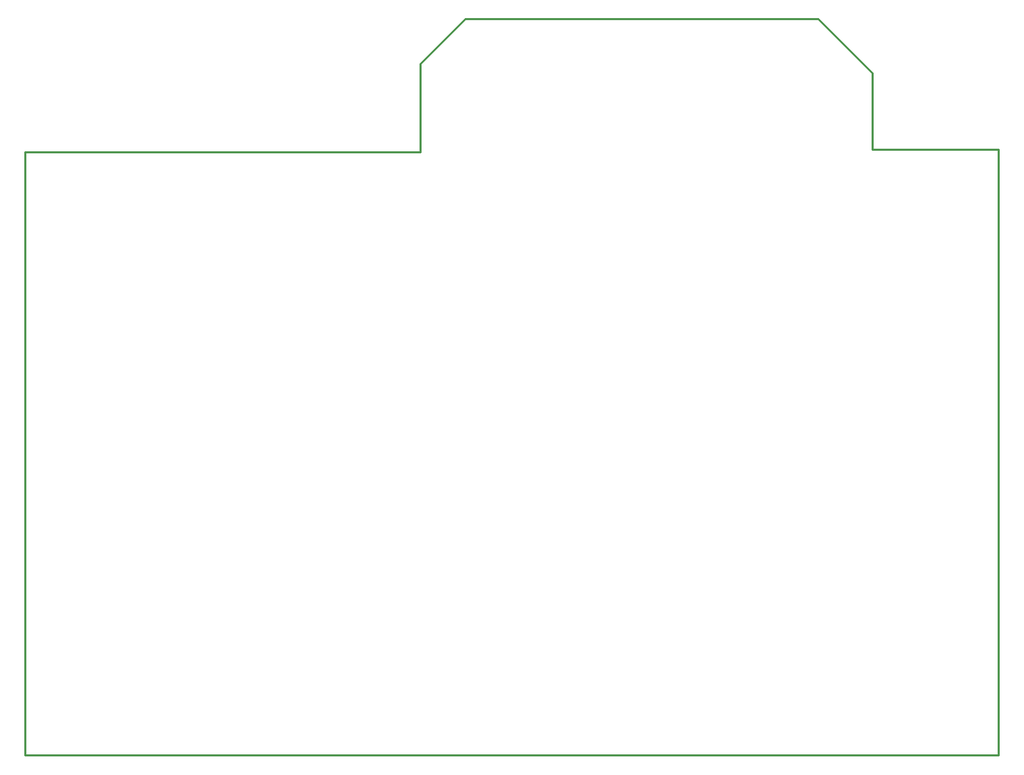
<source format=gbr>
%TF.GenerationSoftware,KiCad,Pcbnew,(5.1.6)-1*%
%TF.CreationDate,2021-07-15T17:15:11+02:00*%
%TF.ProjectId,future_uni,66757475-7265-45f7-956e-692e6b696361,rev?*%
%TF.SameCoordinates,Original*%
%TF.FileFunction,Profile,NP*%
%FSLAX46Y46*%
G04 Gerber Fmt 4.6, Leading zero omitted, Abs format (unit mm)*
G04 Created by KiCad (PCBNEW (5.1.6)-1) date 2021-07-15 17:15:11*
%MOMM*%
%LPD*%
G01*
G04 APERTURE LIST*
%TA.AperFunction,Profile*%
%ADD10C,0.300000*%
%TD*%
G04 APERTURE END LIST*
D10*
X63634620Y-154007820D02*
X223149160Y-154007820D01*
X63634620Y-55082440D02*
X63634620Y-154007820D01*
X128412240Y-55082440D02*
X63634620Y-55082440D01*
X128412240Y-40629840D02*
X128412240Y-55082440D01*
X135785860Y-33256220D02*
X128412240Y-40629840D01*
X193598800Y-33256220D02*
X135785860Y-33256220D01*
X202473560Y-42130980D02*
X193598800Y-33256220D01*
X202473560Y-54643020D02*
X202473560Y-42130980D01*
X223149160Y-54643020D02*
X202473560Y-54643020D01*
X223149160Y-154007820D02*
X223149160Y-54643020D01*
M02*

</source>
